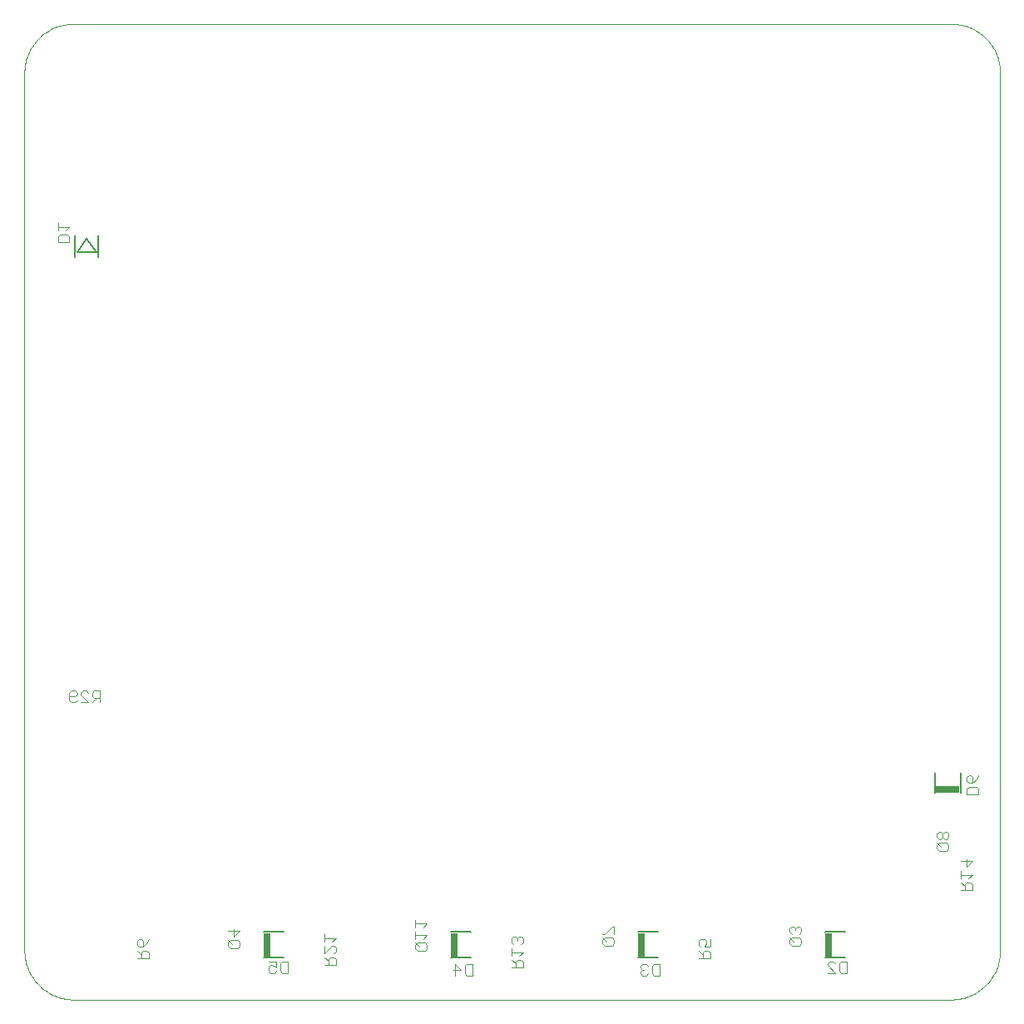
<source format=gbo>
G75*
%MOIN*%
%OFA0B0*%
%FSLAX24Y24*%
%IPPOS*%
%LPD*%
%AMOC8*
5,1,8,0,0,1.08239X$1,22.5*
%
%ADD10C,0.0000*%
%ADD11C,0.0040*%
%ADD12C,0.0080*%
%ADD13R,0.0266X0.0965*%
%ADD14C,0.0060*%
%ADD15R,0.0965X0.0266*%
D10*
X000100Y002000D02*
X000100Y037231D01*
X000102Y037317D01*
X000107Y037403D01*
X000117Y037488D01*
X000130Y037573D01*
X000147Y037657D01*
X000167Y037741D01*
X000191Y037823D01*
X000219Y037904D01*
X000250Y037985D01*
X000284Y038063D01*
X000322Y038140D01*
X000364Y038216D01*
X000408Y038289D01*
X000456Y038360D01*
X000507Y038430D01*
X000561Y038497D01*
X000617Y038561D01*
X000677Y038623D01*
X000739Y038683D01*
X000803Y038739D01*
X000870Y038793D01*
X000940Y038844D01*
X001011Y038892D01*
X001085Y038936D01*
X001160Y038978D01*
X001237Y039016D01*
X001315Y039050D01*
X001396Y039081D01*
X001477Y039109D01*
X001559Y039133D01*
X001643Y039153D01*
X001727Y039170D01*
X001812Y039183D01*
X001897Y039193D01*
X001983Y039198D01*
X002069Y039200D01*
X037231Y039200D01*
X037317Y039198D01*
X037403Y039193D01*
X037488Y039183D01*
X037573Y039170D01*
X037657Y039153D01*
X037741Y039133D01*
X037823Y039109D01*
X037904Y039081D01*
X037985Y039050D01*
X038063Y039016D01*
X038140Y038978D01*
X038216Y038936D01*
X038289Y038892D01*
X038360Y038844D01*
X038430Y038793D01*
X038497Y038739D01*
X038561Y038683D01*
X038623Y038623D01*
X038683Y038561D01*
X038739Y038497D01*
X038793Y038430D01*
X038844Y038360D01*
X038892Y038289D01*
X038936Y038216D01*
X038978Y038140D01*
X039016Y038063D01*
X039050Y037985D01*
X039081Y037904D01*
X039109Y037823D01*
X039133Y037741D01*
X039153Y037657D01*
X039170Y037573D01*
X039183Y037488D01*
X039193Y037403D01*
X039198Y037317D01*
X039200Y037231D01*
X039200Y002069D01*
X039198Y001983D01*
X039193Y001897D01*
X039183Y001812D01*
X039170Y001727D01*
X039153Y001643D01*
X039133Y001559D01*
X039109Y001477D01*
X039081Y001396D01*
X039050Y001315D01*
X039016Y001237D01*
X038978Y001160D01*
X038936Y001084D01*
X038892Y001011D01*
X038844Y000940D01*
X038793Y000870D01*
X038739Y000803D01*
X038683Y000739D01*
X038623Y000677D01*
X038561Y000617D01*
X038497Y000561D01*
X038430Y000507D01*
X038360Y000456D01*
X038289Y000408D01*
X038216Y000364D01*
X038140Y000322D01*
X038063Y000284D01*
X037985Y000250D01*
X037904Y000219D01*
X037823Y000191D01*
X037741Y000167D01*
X037657Y000147D01*
X037573Y000130D01*
X037488Y000117D01*
X037403Y000107D01*
X037317Y000102D01*
X037231Y000100D01*
X002069Y000100D01*
X001983Y000102D01*
X001897Y000107D01*
X001812Y000117D01*
X001727Y000130D01*
X001643Y000147D01*
X001559Y000167D01*
X001477Y000191D01*
X001396Y000219D01*
X001315Y000250D01*
X001237Y000284D01*
X001160Y000322D01*
X001084Y000364D01*
X001011Y000408D01*
X000940Y000456D01*
X000870Y000507D01*
X000803Y000561D01*
X000739Y000617D01*
X000677Y000677D01*
X000617Y000739D01*
X000561Y000803D01*
X000507Y000870D01*
X000456Y000940D01*
X000408Y001011D01*
X000364Y001085D01*
X000322Y001160D01*
X000284Y001237D01*
X000250Y001315D01*
X000219Y001396D01*
X000191Y001477D01*
X000167Y001559D01*
X000147Y001643D01*
X000130Y001727D01*
X000117Y001812D01*
X000107Y001897D01*
X000102Y001983D01*
X000100Y002069D01*
D11*
X004620Y002056D02*
X004773Y001903D01*
X004773Y001979D02*
X004773Y001749D01*
X004620Y001749D02*
X005080Y001749D01*
X005080Y001979D01*
X005004Y002056D01*
X004850Y002056D01*
X004773Y001979D01*
X004697Y002210D02*
X004620Y002286D01*
X004620Y002440D01*
X004697Y002517D01*
X004773Y002517D01*
X004850Y002440D01*
X004850Y002210D01*
X004697Y002210D01*
X004850Y002210D02*
X005004Y002363D01*
X005080Y002517D01*
X008270Y002477D02*
X008423Y002323D01*
X008270Y002247D02*
X008347Y002170D01*
X008654Y002170D01*
X008730Y002247D01*
X008730Y002400D01*
X008654Y002477D01*
X008347Y002477D01*
X008270Y002400D01*
X008270Y002247D01*
X008500Y002630D02*
X008500Y002937D01*
X008270Y002861D02*
X008730Y002861D01*
X008500Y002630D01*
X009883Y001630D02*
X010190Y001630D01*
X010190Y001400D01*
X010037Y001477D01*
X009960Y001477D01*
X009883Y001400D01*
X009883Y001247D01*
X009960Y001170D01*
X010114Y001170D01*
X010190Y001247D01*
X010344Y001247D02*
X010421Y001170D01*
X010651Y001170D01*
X010651Y001630D01*
X010421Y001630D01*
X010344Y001554D01*
X010344Y001247D01*
X012120Y001489D02*
X012580Y001489D01*
X012580Y001719D01*
X012504Y001796D01*
X012350Y001796D01*
X012273Y001719D01*
X012273Y001489D01*
X012273Y001642D02*
X012120Y001796D01*
X012120Y001949D02*
X012427Y002256D01*
X012504Y002256D01*
X012580Y002179D01*
X012580Y002026D01*
X012504Y001949D01*
X012120Y001949D02*
X012120Y002256D01*
X012120Y002410D02*
X012120Y002717D01*
X012120Y002563D02*
X012580Y002563D01*
X012427Y002410D01*
X015770Y002377D02*
X015923Y002223D01*
X015770Y002147D02*
X015847Y002070D01*
X016154Y002070D01*
X016230Y002147D01*
X016230Y002300D01*
X016154Y002377D01*
X015847Y002377D01*
X015770Y002300D01*
X015770Y002147D01*
X015770Y002530D02*
X015770Y002837D01*
X015770Y002684D02*
X016230Y002684D01*
X016077Y002530D01*
X016077Y002991D02*
X016230Y003144D01*
X015770Y003144D01*
X015770Y002991D02*
X015770Y003298D01*
X017360Y001530D02*
X017590Y001300D01*
X017283Y001300D01*
X017360Y001070D02*
X017360Y001530D01*
X017744Y001454D02*
X017821Y001530D01*
X018051Y001530D01*
X018051Y001070D01*
X017821Y001070D01*
X017744Y001147D01*
X017744Y001454D01*
X019620Y001389D02*
X020080Y001389D01*
X020080Y001619D01*
X020004Y001696D01*
X019850Y001696D01*
X019773Y001619D01*
X019773Y001389D01*
X019773Y001542D02*
X019620Y001696D01*
X019620Y001849D02*
X019620Y002156D01*
X019620Y002003D02*
X020080Y002003D01*
X019927Y001849D01*
X020004Y002310D02*
X020080Y002386D01*
X020080Y002540D01*
X020004Y002617D01*
X019927Y002617D01*
X019850Y002540D01*
X019773Y002617D01*
X019697Y002617D01*
X019620Y002540D01*
X019620Y002386D01*
X019697Y002310D01*
X019850Y002463D02*
X019850Y002540D01*
X023270Y002577D02*
X023423Y002423D01*
X023270Y002347D02*
X023347Y002270D01*
X023654Y002270D01*
X023730Y002347D01*
X023730Y002500D01*
X023654Y002577D01*
X023347Y002577D01*
X023270Y002500D01*
X023270Y002347D01*
X023270Y002730D02*
X023347Y002730D01*
X023654Y003037D01*
X023730Y003037D01*
X023730Y002730D01*
X024860Y001530D02*
X024783Y001454D01*
X024783Y001377D01*
X024860Y001300D01*
X024783Y001223D01*
X024783Y001147D01*
X024860Y001070D01*
X025014Y001070D01*
X025090Y001147D01*
X025244Y001147D02*
X025244Y001454D01*
X025321Y001530D01*
X025551Y001530D01*
X025551Y001070D01*
X025321Y001070D01*
X025244Y001147D01*
X025090Y001454D02*
X025014Y001530D01*
X024860Y001530D01*
X024860Y001300D02*
X024937Y001300D01*
X027120Y001749D02*
X027580Y001749D01*
X027580Y001979D01*
X027504Y002056D01*
X027350Y002056D01*
X027273Y001979D01*
X027273Y001749D01*
X027273Y001903D02*
X027120Y002056D01*
X027197Y002210D02*
X027120Y002286D01*
X027120Y002440D01*
X027197Y002517D01*
X027350Y002517D01*
X027427Y002440D01*
X027427Y002363D01*
X027350Y002210D01*
X027580Y002210D01*
X027580Y002517D01*
X030770Y002500D02*
X030770Y002347D01*
X030847Y002270D01*
X031154Y002270D01*
X031230Y002347D01*
X031230Y002500D01*
X031154Y002577D01*
X030847Y002577D01*
X030770Y002500D01*
X030770Y002577D02*
X030923Y002423D01*
X030847Y002730D02*
X030770Y002807D01*
X030770Y002961D01*
X030847Y003037D01*
X030923Y003037D01*
X031000Y002961D01*
X031000Y002884D01*
X031000Y002961D02*
X031077Y003037D01*
X031154Y003037D01*
X031230Y002961D01*
X031230Y002807D01*
X031154Y002730D01*
X032283Y001554D02*
X032360Y001630D01*
X032514Y001630D01*
X032590Y001554D01*
X032744Y001554D02*
X032821Y001630D01*
X033051Y001630D01*
X033051Y001170D01*
X032821Y001170D01*
X032744Y001247D01*
X032744Y001554D01*
X032590Y001170D02*
X032283Y001170D01*
X032283Y001477D02*
X032283Y001554D01*
X032283Y001477D02*
X032590Y001170D01*
X037620Y004489D02*
X038080Y004489D01*
X038080Y004719D01*
X038004Y004796D01*
X037850Y004796D01*
X037773Y004719D01*
X037773Y004489D01*
X037773Y004642D02*
X037620Y004796D01*
X037620Y004949D02*
X037620Y005256D01*
X037620Y005103D02*
X038080Y005103D01*
X037927Y004949D01*
X037850Y005410D02*
X037850Y005717D01*
X037620Y005640D02*
X038080Y005640D01*
X037850Y005410D01*
X037130Y006147D02*
X037130Y006300D01*
X037054Y006377D01*
X036747Y006377D01*
X036670Y006300D01*
X036670Y006147D01*
X036747Y006070D01*
X037054Y006070D01*
X037130Y006147D01*
X036823Y006223D02*
X036670Y006377D01*
X036747Y006530D02*
X036823Y006530D01*
X036900Y006607D01*
X036900Y006761D01*
X036823Y006837D01*
X036747Y006837D01*
X036670Y006761D01*
X036670Y006607D01*
X036747Y006530D01*
X036900Y006607D02*
X036977Y006530D01*
X037054Y006530D01*
X037130Y006607D01*
X037130Y006761D01*
X037054Y006837D01*
X036977Y006837D01*
X036900Y006761D01*
X037870Y008320D02*
X037870Y008550D01*
X037947Y008627D01*
X038254Y008627D01*
X038330Y008550D01*
X038330Y008320D01*
X037870Y008320D01*
X037947Y008780D02*
X037870Y008857D01*
X037870Y009011D01*
X037947Y009087D01*
X038023Y009087D01*
X038100Y009011D01*
X038100Y008780D01*
X037947Y008780D01*
X038100Y008780D02*
X038254Y008934D01*
X038330Y009087D01*
X003130Y012020D02*
X003130Y012480D01*
X002900Y012480D01*
X002823Y012404D01*
X002823Y012250D01*
X002900Y012173D01*
X003130Y012173D01*
X002977Y012173D02*
X002823Y012020D01*
X002670Y012020D02*
X002363Y012327D01*
X002363Y012404D01*
X002439Y012480D01*
X002593Y012480D01*
X002670Y012404D01*
X002670Y012020D02*
X002363Y012020D01*
X002209Y012097D02*
X002132Y012020D01*
X001979Y012020D01*
X001902Y012097D01*
X001902Y012404D01*
X001979Y012480D01*
X002132Y012480D01*
X002209Y012404D01*
X002209Y012327D01*
X002132Y012250D01*
X001902Y012250D01*
X001902Y030448D02*
X001441Y030448D01*
X001441Y030678D01*
X001518Y030755D01*
X001825Y030755D01*
X001902Y030678D01*
X001902Y030448D01*
X001748Y030908D02*
X001902Y031061D01*
X001441Y031061D01*
X001441Y030908D02*
X001441Y031215D01*
D12*
X002600Y030594D02*
X002994Y030053D01*
X002206Y030053D01*
X002600Y030594D01*
X009693Y002812D02*
X010504Y002812D01*
X010504Y001788D02*
X009693Y001788D01*
X017193Y001788D02*
X018004Y001788D01*
X018004Y002812D02*
X017193Y002812D01*
X024693Y002812D02*
X025504Y002812D01*
X025504Y001788D02*
X024693Y001788D01*
X032193Y001788D02*
X033004Y001788D01*
X033004Y002812D02*
X032193Y002812D01*
X036588Y008393D02*
X036588Y009204D01*
X037612Y009204D02*
X037612Y008393D01*
D13*
X032314Y002300D03*
X024814Y002300D03*
X017314Y002300D03*
X009814Y002300D03*
D14*
X003070Y029859D02*
X003070Y030722D01*
X002130Y030732D02*
X002130Y029859D01*
D15*
X037100Y008514D03*
M02*

</source>
